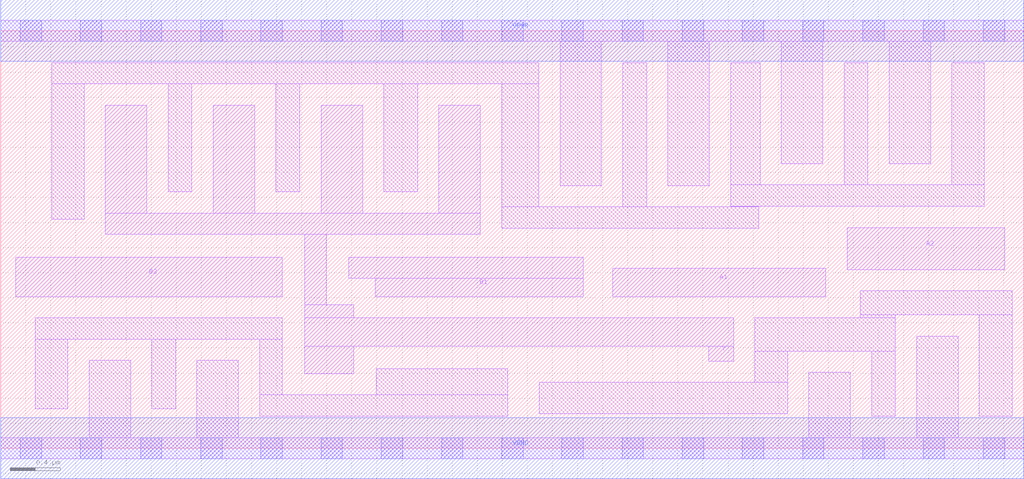
<source format=lef>
# Copyright 2020 The SkyWater PDK Authors
#
# Licensed under the Apache License, Version 2.0 (the "License");
# you may not use this file except in compliance with the License.
# You may obtain a copy of the License at
#
#     https://www.apache.org/licenses/LICENSE-2.0
#
# Unless required by applicable law or agreed to in writing, software
# distributed under the License is distributed on an "AS IS" BASIS,
# WITHOUT WARRANTIES OR CONDITIONS OF ANY KIND, either express or implied.
# See the License for the specific language governing permissions and
# limitations under the License.
#
# SPDX-License-Identifier: Apache-2.0

VERSION 5.7 ;
  NAMESCASESENSITIVE ON ;
  NOWIREEXTENSIONATPIN ON ;
  DIVIDERCHAR "/" ;
  BUSBITCHARS "[]" ;
UNITS
  DATABASE MICRONS 200 ;
END UNITS
MACRO sky130_fd_sc_lp__a22oi_4
  CLASS CORE ;
  SOURCE USER ;
  FOREIGN sky130_fd_sc_lp__a22oi_4 ;
  ORIGIN  0.000000  0.000000 ;
  SIZE  8.160000 BY  3.330000 ;
  SYMMETRY X Y R90 ;
  SITE unit ;
  PIN A1
    ANTENNAGATEAREA  1.260000 ;
    DIRECTION INPUT ;
    USE SIGNAL ;
    PORT
      LAYER li1 ;
        RECT 4.880000 1.210000 6.580000 1.435000 ;
    END
  END A1
  PIN A2
    ANTENNAGATEAREA  1.260000 ;
    DIRECTION INPUT ;
    USE SIGNAL ;
    PORT
      LAYER li1 ;
        RECT 6.750000 1.425000 8.005000 1.760000 ;
    END
  END A2
  PIN B1
    ANTENNAGATEAREA  1.260000 ;
    DIRECTION INPUT ;
    USE SIGNAL ;
    PORT
      LAYER li1 ;
        RECT 2.775000 1.355000 4.645000 1.525000 ;
        RECT 2.985000 1.210000 4.645000 1.355000 ;
    END
  END B1
  PIN B2
    ANTENNAGATEAREA  1.260000 ;
    DIRECTION INPUT ;
    USE SIGNAL ;
    PORT
      LAYER li1 ;
        RECT 0.120000 1.210000 2.245000 1.525000 ;
    END
  END B2
  PIN Y
    ANTENNADIFFAREA  2.352000 ;
    DIRECTION OUTPUT ;
    USE SIGNAL ;
    PORT
      LAYER li1 ;
        RECT 0.835000 1.705000 3.825000 1.875000 ;
        RECT 0.835000 1.875000 1.165000 2.735000 ;
        RECT 1.695000 1.875000 2.025000 2.735000 ;
        RECT 2.425000 0.595000 2.815000 0.815000 ;
        RECT 2.425000 0.815000 5.845000 1.040000 ;
        RECT 2.425000 1.040000 2.815000 1.145000 ;
        RECT 2.425000 1.145000 2.595000 1.705000 ;
        RECT 2.555000 1.875000 2.885000 2.735000 ;
        RECT 3.495000 1.875000 3.825000 2.735000 ;
        RECT 5.645000 0.695000 5.845000 0.815000 ;
    END
  END Y
  PIN VGND
    DIRECTION INOUT ;
    USE GROUND ;
    PORT
      LAYER met1 ;
        RECT 0.000000 -0.245000 8.160000 0.245000 ;
    END
  END VGND
  PIN VPWR
    DIRECTION INOUT ;
    USE POWER ;
    PORT
      LAYER met1 ;
        RECT 0.000000 3.085000 8.160000 3.575000 ;
    END
  END VPWR
  OBS
    LAYER li1 ;
      RECT 0.000000 -0.085000 8.160000 0.085000 ;
      RECT 0.000000  3.245000 8.160000 3.415000 ;
      RECT 0.275000  0.315000 0.535000 0.870000 ;
      RECT 0.275000  0.870000 2.245000 1.040000 ;
      RECT 0.405000  1.825000 0.665000 2.905000 ;
      RECT 0.405000  2.905000 4.290000 3.075000 ;
      RECT 0.705000  0.085000 1.035000 0.700000 ;
      RECT 1.205000  0.315000 1.395000 0.870000 ;
      RECT 1.335000  2.045000 1.525000 2.905000 ;
      RECT 1.565000  0.085000 1.895000 0.700000 ;
      RECT 2.065000  0.255000 4.045000 0.425000 ;
      RECT 2.065000  0.425000 2.245000 0.870000 ;
      RECT 2.195000  2.045000 2.385000 2.905000 ;
      RECT 2.995000  0.425000 4.045000 0.635000 ;
      RECT 3.055000  2.045000 3.325000 2.905000 ;
      RECT 3.995000  1.755000 6.045000 1.925000 ;
      RECT 3.995000  1.925000 4.290000 2.905000 ;
      RECT 4.295000  0.275000 6.275000 0.525000 ;
      RECT 4.460000  2.095000 4.790000 3.245000 ;
      RECT 4.960000  1.925000 5.150000 3.075000 ;
      RECT 5.320000  2.095000 5.650000 3.245000 ;
      RECT 5.820000  1.925000 6.045000 1.930000 ;
      RECT 5.820000  1.930000 7.845000 2.100000 ;
      RECT 5.820000  2.100000 6.055000 3.075000 ;
      RECT 6.015000  0.525000 6.275000 0.775000 ;
      RECT 6.015000  0.775000 7.135000 1.040000 ;
      RECT 6.225000  2.270000 6.555000 3.245000 ;
      RECT 6.445000  0.085000 6.775000 0.605000 ;
      RECT 6.725000  2.100000 6.915000 3.075000 ;
      RECT 6.855000  1.040000 7.135000 1.065000 ;
      RECT 6.855000  1.065000 8.065000 1.255000 ;
      RECT 6.945000  0.255000 7.135000 0.775000 ;
      RECT 7.085000  2.270000 7.415000 3.245000 ;
      RECT 7.305000  0.085000 7.635000 0.895000 ;
      RECT 7.585000  2.100000 7.845000 3.075000 ;
      RECT 7.805000  0.255000 8.065000 1.065000 ;
    LAYER mcon ;
      RECT 0.155000 -0.085000 0.325000 0.085000 ;
      RECT 0.155000  3.245000 0.325000 3.415000 ;
      RECT 0.635000 -0.085000 0.805000 0.085000 ;
      RECT 0.635000  3.245000 0.805000 3.415000 ;
      RECT 1.115000 -0.085000 1.285000 0.085000 ;
      RECT 1.115000  3.245000 1.285000 3.415000 ;
      RECT 1.595000 -0.085000 1.765000 0.085000 ;
      RECT 1.595000  3.245000 1.765000 3.415000 ;
      RECT 2.075000 -0.085000 2.245000 0.085000 ;
      RECT 2.075000  3.245000 2.245000 3.415000 ;
      RECT 2.555000 -0.085000 2.725000 0.085000 ;
      RECT 2.555000  3.245000 2.725000 3.415000 ;
      RECT 3.035000 -0.085000 3.205000 0.085000 ;
      RECT 3.035000  3.245000 3.205000 3.415000 ;
      RECT 3.515000 -0.085000 3.685000 0.085000 ;
      RECT 3.515000  3.245000 3.685000 3.415000 ;
      RECT 3.995000 -0.085000 4.165000 0.085000 ;
      RECT 3.995000  3.245000 4.165000 3.415000 ;
      RECT 4.475000 -0.085000 4.645000 0.085000 ;
      RECT 4.475000  3.245000 4.645000 3.415000 ;
      RECT 4.955000 -0.085000 5.125000 0.085000 ;
      RECT 4.955000  3.245000 5.125000 3.415000 ;
      RECT 5.435000 -0.085000 5.605000 0.085000 ;
      RECT 5.435000  3.245000 5.605000 3.415000 ;
      RECT 5.915000 -0.085000 6.085000 0.085000 ;
      RECT 5.915000  3.245000 6.085000 3.415000 ;
      RECT 6.395000 -0.085000 6.565000 0.085000 ;
      RECT 6.395000  3.245000 6.565000 3.415000 ;
      RECT 6.875000 -0.085000 7.045000 0.085000 ;
      RECT 6.875000  3.245000 7.045000 3.415000 ;
      RECT 7.355000 -0.085000 7.525000 0.085000 ;
      RECT 7.355000  3.245000 7.525000 3.415000 ;
      RECT 7.835000 -0.085000 8.005000 0.085000 ;
      RECT 7.835000  3.245000 8.005000 3.415000 ;
  END
END sky130_fd_sc_lp__a22oi_4
END LIBRARY

</source>
